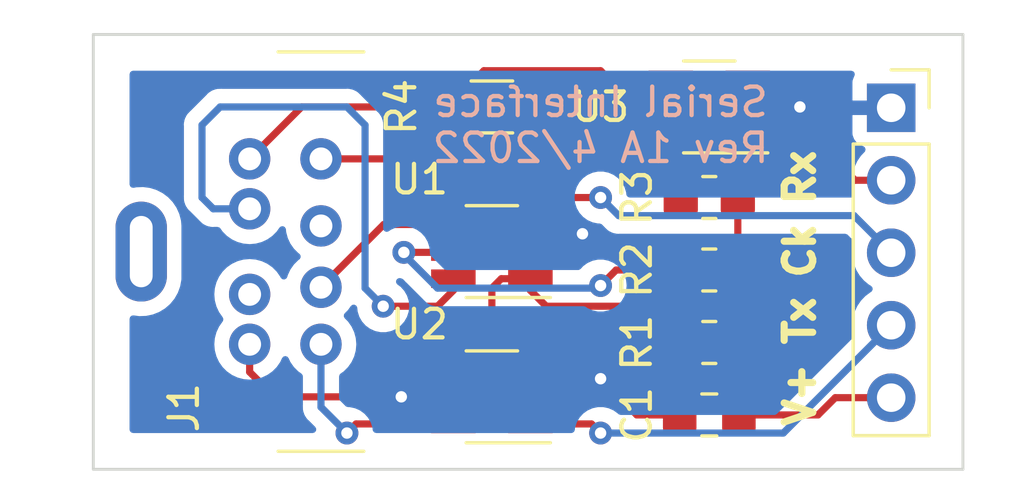
<source format=kicad_pcb>
(kicad_pcb (version 20211014) (generator pcbnew)
  (layers (0 "F.Cu" signal) (31 "B.Cu" signal) (34 "B.Paste" user) (35 "F.Paste" user) (36 "B.SilkS" user "B.Silkscreen") (37 "F.SilkS" user "F.Silkscreen") (38 "B.Mask" user) (39 "F.Mask" user) (44 "Edge.Cuts" user))
  (net 0 "")
  (net 1 "+V")
  (net 2 "GND")
  (net 4 "CLK_A")
  (net 5 "TX_B")
  (net 6 "CLK_B")
  (net 7 "RX_B")
  (net 8 "TX_A")
  (net 10 "RX_A")
  (net 12 "RX")
  (net 13 "CLK")
  (net 14 "TX")
  (net 15 "Net-(R1-Pad2)")
  (net 16 "Net-(R2-Pad1)")
  (net 17 "Net-(R3-Pad1)")
  (footprint "Package_TO_SOT_SMD:SOT-23-6_Handsoldering" (layer "F.Cu") (at 133.35 91.43 180)
    (fp_text reference "U1" (at 2.54 2.53 180) (layer "F.SilkS"))
    (fp_text value "ISL3281E")
    (fp_line (start -0.9 1.61) (end 0.9 1.61) (layer "F.SilkS") (width 0.12))
    (fp_line (start 0.9 -1.61) (end -2.05 -1.61) (layer "F.SilkS") (width 0.12))
    (pad "1" smd rect (at -1.35 -0.95 180) (size 1.56 0.65) (layers "F.Cu" "F.Paste" "F.Mask") (net 1 "+V"))
    (pad "2" smd rect (at -1.35 0 180) (size 1.56 0.65) (layers "F.Cu" "F.Paste" "F.Mask") (net 2 "GND"))
    (pad "3" smd rect (at -1.35 0.95 180) (size 1.56 0.65) (layers "F.Cu" "F.Paste" "F.Mask") (net 13 "CLK"))
    (pad "4" smd rect (at 1.35 0.95 180) (size 1.56 0.65) (layers "F.Cu" "F.Paste" "F.Mask") (net 6 "CLK_B"))
    (pad "5" smd rect (at 1.35 0 180) (size 1.56 0.65) (layers "F.Cu" "F.Paste" "F.Mask") (net 16 "Net-(R2-Pad1)"))
    (pad "6" smd rect (at 1.35 -0.95 180) (size 1.56 0.65) (layers "F.Cu" "F.Paste" "F.Mask") (net 4 "CLK_A"))
  )
  (footprint "Capacitor_SMD:C_0805_2012Metric_Pad1.18x1.45mm_HandSolder" (layer "F.Cu") (at 140.97 97.155 180)
    (fp_text reference "C1" (at 2.54 0 90) (layer "F.SilkS"))
    (fp_text value "100n")
    (fp_line (start -0.261252 0.735) (end 0.261252 0.735) (layer "F.SilkS") (width 0.12))
    (fp_line (start -0.261252 -0.735) (end 0.261252 -0.735) (layer "F.SilkS") (width 0.12))
    (pad "1" smd roundrect (at -1.0375 0 180) (size 1.175 1.45) (layers "F.Cu" "F.Paste" "F.Mask") (roundrect_rratio 0.2127659574) (net 1 "+V"))
    (pad "2" smd roundrect (at 1.0375 0 180) (size 1.175 1.45) (layers "F.Cu" "F.Paste" "F.Mask") (roundrect_rratio 0.2127659574) (net 2 "GND"))
  )
  (footprint "Package_TO_SOT_SMD:SOT-23-6_Handsoldering" (layer "F.Cu") (at 133.35 96.52 180)
    (fp_text reference "U2" (at 2.54 2.54) (layer "F.SilkS"))
    (fp_text value "ISL3295E")
    (fp_line (start -0.9 1.61) (end 0.9 1.61) (layer "F.SilkS") (width 0.12))
    (fp_line (start 0.9 -1.61) (end -2.05 -1.61) (layer "F.SilkS") (width 0.12))
    (pad "1" smd rect (at -1.35 -0.95 180) (size 1.56 0.65) (layers "F.Cu" "F.Paste" "F.Mask") (net 14 "TX"))
    (pad "2" smd rect (at -1.35 0 180) (size 1.56 0.65) (layers "F.Cu" "F.Paste" "F.Mask") (net 1 "+V"))
    (pad "3" smd rect (at -1.35 0.95 180) (size 1.56 0.65) (layers "F.Cu" "F.Paste" "F.Mask") (net 15 "Net-(R1-Pad2)"))
    (pad "4" smd rect (at 1.35 0.95 180) (size 1.56 0.65) (layers "F.Cu" "F.Paste" "F.Mask") (net 5 "TX_B"))
    (pad "5" smd rect (at 1.35 0 180) (size 1.56 0.65) (layers "F.Cu" "F.Paste" "F.Mask") (net 2 "GND"))
    (pad "6" smd rect (at 1.35 -0.95 180) (size 1.56 0.65) (layers "F.Cu" "F.Paste" "F.Mask") (net 8 "TX_A"))
  )
  (footprint "Resistor_SMD:R_0805_2012Metric_Pad1.20x1.40mm_HandSolder" (layer "F.Cu") (at 140.97 89.535)
    (fp_text reference "R3" (at -2.54 0 90) (layer "F.SilkS"))
    (fp_text value "2k7")
    (fp_line (start -0.227064 -0.735) (end 0.227064 -0.735) (layer "F.SilkS") (width 0.12))
    (fp_line (start -0.227064 0.735) (end 0.227064 0.735) (layer "F.SilkS") (width 0.12))
    (pad "1" smd roundrect (at -1 0) (size 1.2 1.4) (layers "F.Cu" "F.Paste" "F.Mask") (roundrect_rratio 0.2083333333) (net 17 "Net-(R3-Pad1)"))
    (pad "2" smd roundrect (at 1 0) (size 1.2 1.4) (layers "F.Cu" "F.Paste" "F.Mask") (roundrect_rratio 0.2083333333) (net 1 "+V"))
  )
  (footprint "Package_TO_SOT_SMD:SOT-23-6_Handsoldering" (layer "F.Cu") (at 140.97 86.36 180)
    (fp_text reference "U3" (at 3.81 0) (layer "F.SilkS"))
    (fp_text value "ISL3281E")
    (fp_line (start 0.9 -1.61) (end -2.05 -1.61) (layer "F.SilkS") (width 0.12))
    (fp_line (start -0.9 1.61) (end 0.9 1.61) (layer "F.SilkS") (width 0.12))
    (pad "1" smd rect (at -1.35 -0.95 180) (size 1.56 0.65) (layers "F.Cu" "F.Paste" "F.Mask") (net 1 "+V"))
    (pad "2" smd rect (at -1.35 0 180) (size 1.56 0.65) (layers "F.Cu" "F.Paste" "F.Mask") (net 2 "GND"))
    (pad "3" smd rect (at -1.35 0.95 180) (size 1.56 0.65) (layers "F.Cu" "F.Paste" "F.Mask") (net 12 "RX"))
    (pad "4" smd rect (at 1.35 0.95 180) (size 1.56 0.65) (layers "F.Cu" "F.Paste" "F.Mask") (net 7 "RX_B"))
    (pad "5" smd rect (at 1.35 0 180) (size 1.56 0.65) (layers "F.Cu" "F.Paste" "F.Mask") (net 17 "Net-(R3-Pad1)"))
    (pad "6" smd rect (at 1.35 -0.95 180) (size 1.56 0.65) (layers "F.Cu" "F.Paste" "F.Mask") (net 10 "RX_A"))
  )
  (footprint "Resistor_SMD:R_0805_2012Metric_Pad1.20x1.40mm_HandSolder" (layer "F.Cu") (at 140.97 94.615 180)
    (fp_text reference "R1" (at 2.54 -0.01 90) (layer "F.SilkS"))
    (fp_text value "2k7")
    (fp_line (start -0.227064 0.735) (end 0.227064 0.735) (layer "F.SilkS") (width 0.12))
    (fp_line (start -0.227064 -0.735) (end 0.227064 -0.735) (layer "F.SilkS") (width 0.12))
    (pad "1" smd roundrect (at -1 0 180) (size 1.2 1.4) (layers "F.Cu" "F.Paste" "F.Mask") (roundrect_rratio 0.2083333333) (net 1 "+V"))
    (pad "2" smd roundrect (at 1 0 180) (size 1.2 1.4) (layers "F.Cu" "F.Paste" "F.Mask") (roundrect_rratio 0.2083333333) (net 15 "Net-(R1-Pad2)"))
  )
  (footprint "Connector_PinSocket_2.54mm:PinSocket_1x05_P2.54mm_Vertical" (layer "F.Cu") (at 147.345 86.39)
    (fp_text reference "J2" hide)
    (fp_text value "Conn_01x05")
    (fp_line (start -1.33 1.27) (end -1.33 11.49) (layer "F.SilkS") (width 0.12))
    (fp_line (start 0 -1.33) (end 1.33 -1.33) (layer "F.SilkS") (width 0.12))
    (fp_line (start 1.33 1.27) (end 1.33 11.49) (layer "F.SilkS") (width 0.12))
    (fp_line (start -1.33 11.49) (end 1.33 11.49) (layer "F.SilkS") (width 0.12))
    (fp_line (start 1.33 -1.33) (end 1.33 0) (layer "F.SilkS") (width 0.12))
    (fp_line (start -1.33 1.27) (end 1.33 1.27) (layer "F.SilkS") (width 0.12))
    (pad "1" thru_hole rect (at 0 0) (size 1.7 1.7) (drill 1) (layers *.Cu *.Mask) (net 2 "GND"))
    (pad "2" thru_hole oval (at 0 2.54) (size 1.7 1.7) (drill 1) (layers *.Cu *.Mask) (net 12 "RX"))
    (pad "3" thru_hole oval (at 0 5.08) (size 1.7 1.7) (drill 1) (layers *.Cu *.Mask) (net 13 "CLK"))
    (pad "4" thru_hole oval (at 0 7.62) (size 1.7 1.7) (drill 1) (layers *.Cu *.Mask) (net 14 "TX"))
    (pad "5" thru_hole oval (at 0 10.16) (size 1.7 1.7) (drill 1) (layers *.Cu *.Mask) (net 1 "+V"))
  )
  (footprint "Resistor_SMD:R_1206_3216Metric_Pad1.30x1.75mm_HandSolder" (layer "F.Cu") (at 133.35 86.36 180)
    (fp_text reference "R4" (at 3.175 0 90) (layer "F.SilkS"))
    (fp_text value "470")
    (fp_line (start -0.727064 -0.91) (end 0.727064 -0.91) (layer "F.SilkS") (width 0.12))
    (fp_line (start -0.727064 0.91) (end 0.727064 0.91) (layer "F.SilkS") (width 0.12))
    (pad "1" smd roundrect (at -1.55 0 180) (size 1.3 1.75) (layers "F.Cu" "F.Paste" "F.Mask") (roundrect_rratio 0.1923076923) (net 10 "RX_A"))
    (pad "2" smd roundrect (at 1.55 0 180) (size 1.3 1.75) (layers "F.Cu" "F.Paste" "F.Mask") (roundrect_rratio 0.1923076923) (net 7 "RX_B"))
  )
  (footprint "myparts:MiniDin8" (layer "F.Cu") (at 116.36 91.43 90)
    (fp_text reference "J1" (at -5.471 6.195 90 unlocked) (layer "F.SilkS"))
    (fp_text value "Mini-DIN-8 Socket")
    (fp_line (start -7 12.5) (end -7 9.5) (layer "F.SilkS") (width 0.12))
    (fp_line (start 7 12.5) (end 7 9.5) (layer "F.SilkS") (width 0.12))
    (pad "1" thru_hole circle (at -1.5 8.5 90) (size 1.45 1.45) (drill 0.8) (layers *.Cu *.Mask))
    (pad "2" thru_hole circle (at 1.5 8.5 90) (size 1.45 1.45) (drill 0.8) (layers *.Cu *.Mask) (net 4 "CLK_A"))
    (pad "3" thru_hole circle (at -3.25 8.5 90) (size 1.45 1.45) (drill 0.8) (layers *.Cu *.Mask) (net 5 "TX_B"))
    (pad "4" thru_hole circle (at -1.25 11 90) (size 1.45 1.45) (drill 0.8) (layers *.Cu *.Mask) (net 6 "CLK_B"))
    (pad "5" thru_hole circle (at 3.25 8.5 90) (size 1.45 1.45) (drill 0.8) (layers *.Cu *.Mask) (net 7 "RX_B"))
    (pad "6" thru_hole circle (at -3.25 11 90) (size 1.45 1.45) (drill 0.8) (layers *.Cu *.Mask) (net 8 "TX_A"))
    (pad "7" thru_hole circle (at 0.9 11 90) (size 1.45 1.45) (drill 0.8) (layers *.Cu *.Mask))
    (pad "8" thru_hole circle (at 3.25 11 90) (size 1.45 1.45) (drill 0.8) (layers *.Cu *.Mask) (net 10 "RX_A"))
    (pad "9" thru_hole oval (at 0 4.7 90) (size 3.5 1.8) (drill oval 2.5 0.8) (layers *.Cu *.Mask))
  )
  (footprint "Resistor_SMD:R_0805_2012Metric_Pad1.20x1.40mm_HandSolder" (layer "F.Cu") (at 140.97 92.075)
    (fp_text reference "R2" (at -2.54 0 90) (layer "F.SilkS"))
    (fp_text value "2k7")
    (fp_line (start -0.227064 -0.735) (end 0.227064 -0.735) (layer "F.SilkS") (width 0.12))
    (fp_line (start -0.227064 0.735) (end 0.227064 0.735) (layer "F.SilkS") (width 0.12))
    (pad "1" smd roundrect (at -1 0) (size 1.2 1.4) (layers "F.Cu" "F.Paste" "F.Mask") (roundrect_rratio 0.2083333333) (net 16 "Net-(R2-Pad1)"))
    (pad "2" smd roundrect (at 1 0) (size 1.2 1.4) (layers "F.Cu" "F.Paste" "F.Mask") (roundrect_rratio 0.2083333333) (net 1 "+V"))
  )
  (gr_line (start 119.38 99.06) (end 119.38 83.82) (layer "Edge.Cuts") (width 0.1))
  (gr_line (start 119.38 83.82) (end 149.86 83.82) (layer "Edge.Cuts") (width 0.1))
  (gr_line (start 149.86 99.06) (end 119.38 99.06) (layer "Edge.Cuts") (width 0.1))
  (gr_line (start 149.86 83.82) (end 149.86 99.06) (layer "Edge.Cuts") (width 0.1))
  (gr_text "Serial Interface\nRev 1A 4/2022" (at 137.16 86.995) (layer "B.SilkS") (effects (font (size 1 1)) (justify mirror)))
  (gr_text "V+ Tx Ck Rx" (at 144.145 92.71 90) (layer "F.SilkS") (effects (font (size 1 1) (thickness 0.25))))
  (segment (start 135.255 93.345) (end 141.7 93.345) (width 0.25) (layer "F.Cu") (net 1))
  (segment (start 141.97 87.66) (end 142.32 87.31) (width 0.25) (layer "F.Cu") (net 1))
  (segment (start 134.7 92.38) (end 134.7 92.79) (width 0.25) (layer "F.Cu") (net 1))
  (segment (start 141.97 94.615) (end 141.97 93.075) (width 0.25) (layer "F.Cu") (net 1))
  (segment (start 141.7 93.345) (end 141.97 93.075) (width 0.25) (layer "F.Cu") (net 1))
  (segment (start 141.97 92.075) (end 141.97 89.535) (width 0.25) (layer "F.Cu") (net 1))
  (segment (start 133.35 92.71) (end 133.68 92.38) (width 0.25) (layer "F.Cu") (net 1))
  (segment (start 145.385 96.55) (end 147.345 96.55) (width 0.25) (layer "F.Cu") (net 1))
  (segment (start 133.67 96.52) (end 133.35 96.2) (width 0.25) (layer "F.Cu") (net 1))
  (segment (start 142.0075 94.6525) (end 141.97 94.615) (width 0.25) (layer "F.Cu") (net 1))
  (segment (start 144.78 97.155) (end 145.385 96.55) (width 0.25) (layer "F.Cu") (net 1))
  (segment (start 134.7 92.79) (end 135.255 93.345) (width 0.25) (layer "F.Cu") (net 1))
  (segment (start 142.0075 97.155) (end 144.78 97.155) (width 0.25) (layer "F.Cu") (net 1))
  (segment (start 133.35 96.2) (end 133.35 92.71) (width 0.25) (layer "F.Cu") (net 1))
  (segment (start 141.97 93.075) (end 141.97 92.075) (width 0.25) (layer "F.Cu") (net 1))
  (segment (start 133.68 92.38) (end 134.7 92.38) (width 0.25) (layer "F.Cu") (net 1))
  (segment (start 142.0075 97.155) (end 142.0075 94.6525) (width 0.25) (layer "F.Cu") (net 1))
  (segment (start 141.97 89.535) (end 141.97 87.66) (width 0.25) (layer "F.Cu") (net 1))
  (segment (start 134.7 96.52) (end 133.67 96.52) (width 0.25) (layer "F.Cu") (net 1))
  (segment (start 135.88 91.43) (end 135.89 91.44) (width 0.25) (layer "F.Cu") (net 2))
  (segment (start 142.32 86.36) (end 144.145 86.36) (width 0.25) (layer "F.Cu") (net 2))
  (segment (start 130.175 96.52) (end 132 96.52) (width 0.25) (layer "F.Cu") (net 2))
  (segment (start 134.7 91.43) (end 135.88 91.43) (width 0.25) (layer "F.Cu") (net 2))
  (segment (start 137.16 95.885) (end 138.43 97.155) (width 0.25) (layer "F.Cu") (net 2))
  (segment (start 135.89 91.44) (end 136.525 90.805) (width 0.25) (layer "F.Cu") (net 2))
  (segment (start 138.43 97.155) (end 139.9325 97.155) (width 0.25) (layer "F.Cu") (net 2))
  (via (at 130.175 96.52) (size 0.8) (drill 0.4) (layers "F.Cu" "B.Cu") (net 2))
  (via (at 137.16 95.885) (size 0.8) (drill 0.4) (layers "F.Cu" "B.Cu") (net 2))
  (via (at 136.525 90.805) (size 0.8) (drill 0.4) (layers "F.Cu" "B.Cu") (net 2))
  (via (at 144.145 86.36) (size 0.8) (drill 0.4) (layers "F.Cu" "B.Cu") (net 2))
  (segment (start 137.16 90.805) (end 138.43 92.075) (width 0.25) (layer "B.Cu") (net 2))
  (segment (start 135.255 90.17) (end 135.255 88.265) (width 0.25) (layer "B.Cu") (net 2))
  (segment (start 144.175 86.39) (end 147.345 86.39) (width 0.25) (layer "B.Cu") (net 2))
  (segment (start 144.145 86.36) (end 144.175 86.39) (width 0.25) (layer "B.Cu") (net 2))
  (segment (start 130.175 96.52) (end 136.525 96.52) (width 0.25) (layer "B.Cu") (net 2))
  (segment (start 135.89 90.805) (end 136.525 90.805) (width 0.25) (layer "B.Cu") (net 2))
  (segment (start 135.255 90.17) (end 135.89 90.805) (width 0.25) (layer "B.Cu") (net 2))
  (segment (start 135.255 88.265) (end 137.16 86.36) (width 0.25) (layer "B.Cu") (net 2))
  (segment (start 136.525 90.805) (end 137.16 90.805) (width 0.25) (layer "B.Cu") (net 2))
  (segment (start 138.43 94.615) (end 137.16 95.885) (width 0.25) (layer "B.Cu") (net 2))
  (segment (start 137.16 86.36) (end 144.145 86.36) (width 0.25) (layer "B.Cu") (net 2))
  (segment (start 138.43 92.075) (end 138.43 94.615) (width 0.25) (layer "B.Cu") (net 2))
  (segment (start 136.525 96.52) (end 137.16 95.885) (width 0.25) (layer "B.Cu") (net 2))
  (segment (start 132 92.79) (end 131.445 93.345) (width 0.25) (layer "F.Cu") (net 4))
  (segment (start 132 92.38) (end 132 92.79) (width 0.25) (layer "F.Cu") (net 4))
  (segment (start 131.445 93.345) (end 129.54 93.345) (width 0.25) (layer "F.Cu") (net 4))
  (via (at 129.54 93.345) (size 0.8) (drill 0.4) (layers "F.Cu" "B.Cu") (net 4))
  (segment (start 123.19 86.995) (end 123.825 86.36) (width 0.25) (layer "B.Cu") (net 4))
  (segment (start 123.825 86.36) (end 128.27 86.36) (width 0.25) (layer "B.Cu") (net 4))
  (segment (start 128.905 86.995) (end 128.905 92.71) (width 0.25) (layer "B.Cu") (net 4))
  (segment (start 124.86 89.93) (end 123.585 89.93) (width 0.25) (layer "B.Cu") (net 4))
  (segment (start 128.905 92.71) (end 129.54 93.345) (width 0.25) (layer "B.Cu") (net 4))
  (segment (start 123.585 89.93) (end 123.19 89.535) (width 0.25) (layer "B.Cu") (net 4))
  (segment (start 123.19 89.535) (end 123.19 86.995) (width 0.25) (layer "B.Cu") (net 4))
  (segment (start 128.27 86.36) (end 128.905 86.995) (width 0.25) (layer "B.Cu") (net 4))
  (segment (start 125.73 96.52) (end 128.27 96.52) (width 0.25) (layer "F.Cu") (net 5))
  (segment (start 128.27 96.52) (end 129.22 95.57) (width 0.25) (layer "F.Cu") (net 5))
  (segment (start 124.86 95.65) (end 125.73 96.52) (width 0.25) (layer "F.Cu") (net 5))
  (segment (start 124.86 94.68) (end 124.86 95.65) (width 0.25) (layer "F.Cu") (net 5))
  (segment (start 129.22 95.57) (end 132 95.57) (width 0.25) (layer "F.Cu") (net 5))
  (segment (start 127.36 92.68) (end 129.56 90.48) (width 0.25) (layer "F.Cu") (net 6))
  (segment (start 129.56 90.48) (end 132 90.48) (width 0.25) (layer "F.Cu") (net 6))
  (segment (start 137.16 85.09) (end 133.07 85.09) (width 0.25) (layer "F.Cu") (net 7))
  (segment (start 124.86 88.18) (end 126.68 86.36) (width 0.25) (layer "F.Cu") (net 7))
  (segment (start 133.07 85.09) (end 131.8 86.36) (width 0.25) (layer "F.Cu") (net 7))
  (segment (start 126.68 86.36) (end 131.8 86.36) (width 0.25) (layer "F.Cu") (net 7))
  (segment (start 137.48 85.41) (end 137.16 85.09) (width 0.25) (layer "F.Cu") (net 7))
  (segment (start 139.62 85.41) (end 137.48 85.41) (width 0.25) (layer "F.Cu") (net 7))
  (segment (start 128.59 97.47) (end 132 97.47) (width 0.25) (layer "F.Cu") (net 8))
  (segment (start 128.27 97.79) (end 128.59 97.47) (width 0.25) (layer "F.Cu") (net 8))
  (via (at 128.27 97.79) (size 0.8) (drill 0.4) (layers "F.Cu" "B.Cu") (net 8))
  (segment (start 127.36 96.88) (end 128.27 97.79) (width 0.25) (layer "B.Cu") (net 8))
  (segment (start 127.36 94.68) (end 127.36 96.88) (width 0.25) (layer "B.Cu") (net 8))
  (segment (start 136.61 88.18) (end 137.48 87.31) (width 0.25) (layer "F.Cu") (net 10))
  (segment (start 134.9 86.36) (end 134.9 87.985) (width 0.25) (layer "F.Cu") (net 10))
  (segment (start 134.705 88.18) (end 136.61 88.18) (width 0.25) (layer "F.Cu") (net 10))
  (segment (start 134.9 87.985) (end 134.705 88.18) (width 0.25) (layer "F.Cu") (net 10))
  (segment (start 127.36 88.18) (end 134.705 88.18) (width 0.25) (layer "F.Cu") (net 10))
  (segment (start 137.48 87.31) (end 139.62 87.31) (width 0.25) (layer "F.Cu") (net 10))
  (segment (start 145.1 85.41) (end 145.415 85.725) (width 0.25) (layer "F.Cu") (net 12))
  (segment (start 145.415 85.725) (end 145.415 88.265) (width 0.25) (layer "F.Cu") (net 12))
  (segment (start 146.08 88.93) (end 147.345 88.93) (width 0.25) (layer "F.Cu") (net 12))
  (segment (start 142.32 85.41) (end 145.1 85.41) (width 0.25) (layer "F.Cu") (net 12))
  (segment (start 145.415 88.265) (end 146.08 88.93) (width 0.25) (layer "F.Cu") (net 12))
  (segment (start 134.7 90.09) (end 135.255 89.535) (width 0.25) (layer "F.Cu") (net 13))
  (segment (start 135.255 89.535) (end 137.16 89.535) (width 0.25) (layer "F.Cu") (net 13))
  (segment (start 134.7 90.48) (end 134.7 90.09) (width 0.25) (layer "F.Cu") (net 13))
  (via (at 137.16 89.535) (size 0.8) (drill 0.4) (layers "F.Cu" "B.Cu") (net 13))
  (segment (start 137.16 89.535) (end 137.795 90.17) (width 0.25) (layer "B.Cu") (net 13))
  (segment (start 146.045 90.17) (end 147.345 91.47) (width 0.25) (layer "B.Cu") (net 13))
  (segment (start 137.795 90.17) (end 146.045 90.17) (width 0.25) (layer "B.Cu") (net 13))
  (segment (start 137.16 97.79) (end 136.84 97.47) (width 0.25) (layer "F.Cu") (net 14))
  (segment (start 136.84 97.47) (end 134.7 97.47) (width 0.25) (layer "F.Cu") (net 14))
  (via (at 137.16 97.79) (size 0.8) (drill 0.4) (layers "F.Cu" "B.Cu") (net 14))
  (segment (start 143.565 97.79) (end 143.51 97.79) (width 0.25) (layer "B.Cu") (net 14))
  (segment (start 147.345 94.01) (end 143.565 97.79) (width 0.25) (layer "B.Cu") (net 14))
  (segment (start 143.51 97.79) (end 137.16 97.79) (width 0.25) (layer "B.Cu") (net 14))
  (segment (start 135.89 94.615) (end 139.97 94.615) (width 0.25) (layer "F.Cu") (net 15))
  (segment (start 134.935 95.57) (end 135.89 94.615) (width 0.25) (layer "F.Cu") (net 15))
  (segment (start 134.7 95.57) (end 134.935 95.57) (width 0.25) (layer "F.Cu") (net 15))
  (segment (start 137.7055 92.075) (end 137.16 92.6205) (width 0.25) (layer "F.Cu") (net 16))
  (segment (start 130.2645 91.457369) (end 131.972631 91.457369) (width 0.25) (layer "F.Cu") (net 16))
  (segment (start 131.972631 91.457369) (end 132 91.43) (width 0.25) (layer "F.Cu") (net 16))
  (segment (start 139.97 92.075) (end 137.7055 92.075) (width 0.25) (layer "F.Cu") (net 16))
  (via (at 137.16 92.6205) (size 0.8) (drill 0.4) (layers "F.Cu" "B.Cu") (net 16))
  (via (at 130.2645 91.457369) (size 0.8) (drill 0.4) (layers "F.Cu" "B.Cu") (net 16))
  (segment (start 130.2645 91.5295) (end 130.2645 91.457369) (width 0.25) (layer "B.Cu") (net 16))
  (segment (start 137.0705 92.71) (end 131.445 92.71) (width 0.25) (layer "B.Cu") (net 16))
  (segment (start 137.16 92.6205) (end 137.0705 92.71) (width 0.25) (layer "B.Cu") (net 16))
  (segment (start 131.445 92.71) (end 130.2645 91.5295) (width 0.25) (layer "B.Cu") (net 16))
  (segment (start 139.62 86.36) (end 140.65 86.36) (width 0.25) (layer "F.Cu") (net 17))
  (segment (start 140.65 86.36) (end 140.97 86.68) (width 0.25) (layer "F.Cu") (net 17))
  (segment (start 140.97 88.535) (end 139.97 89.535) (width 0.25) (layer "F.Cu") (net 17))
  (segment (start 140.97 86.68) (end 140.97 88.535) (width 0.25) (layer "F.Cu") (net 17))
  (zone (net 2) (net_name "GND") (layer "B.Cu") (connect_pads (clearance 0.508)) (min_thickness 0.254) (fill yes (thermal_gap 0.508) (thermal_bridge_width 0.508))
    (polygon (pts (xy 148.59 97.79) (xy 120.65 97.79) (xy 120.65 85.09) (xy 148.59 85.09)))
  )
)
</source>
